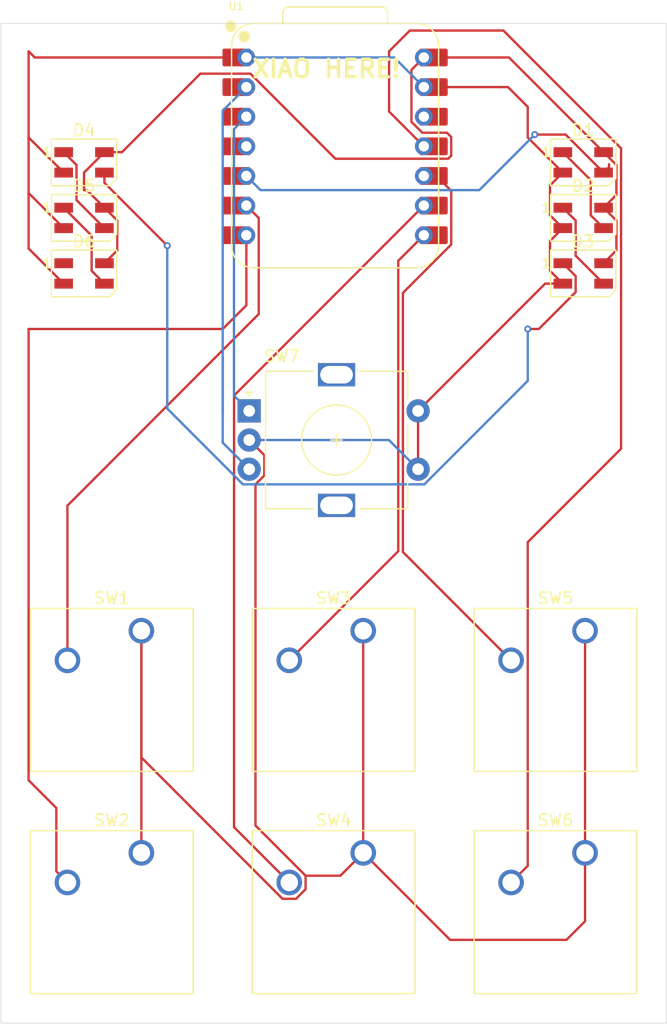
<source format=kicad_pcb>
(kicad_pcb (version 20241229) (generator "pcbnew") (generator_version "9.0")
  (layers (0 "F.Cu" signal) (2 "B.Cu" signal) (13 "F.Paste" user) (15 "B.Paste" user) (5 "F.SilkS" user "F.Silkscreen") (7 "B.SilkS" user "B.Silkscreen") (1 "F.Mask" user) (3 "B.Mask" user) (25 "Edge.Cuts" user))
  (net 0 "")
  (net 1 "Net-(D1-DIN)")
  (net 2 "Net-(D1-DOUT)")
  (net 3 "+5V")
  (net 4 "GND")
  (net 5 "Net-(D2-DOUT)")
  (net 6 "Net-(D3-DOUT)")
  (net 7 "Net-(D4-DOUT)")
  (net 8 "Net-(D5-DOUT)")
  (net 10 "Net-(U1-GPIO7{slash}SCL)")
  (net 11 "Net-(U1-GPIO0{slash}TX)")
  (net 12 "Net-(U1-GPIO1{slash}RX)")
  (net 13 "Net-(U1-GPIO2{slash}SCK)")
  (net 14 "Net-(U1-GPIO4{slash}MISO)")
  (net 15 "Net-(U1-GPIO3{slash}MOSI)")
  (net 16 "Net-(U1-GPIO27{slash}ADC1{slash}A1)")
  (net 17 "Net-(U1-GPIO28{slash}ADC2{slash}A2)")
  (footprint "Button_Switch_Keyboard:SW_Cherry_MX_1.00u_PCB" (layer "F.Cu") (at 126.365 142.5575)
    (property "Reference" "SW2" (at -2.54 -2.794 0) (layer "F.SilkS"))
    (property "Value" "SW_Push")
    (fp_line (start -9.525 -1.905) (end 4.445 -1.905) (stroke (width 0.12)) (layer "F.SilkS"))
    (fp_line (start -9.525 12.065) (end -9.525 -1.905) (stroke (width 0.12)) (layer "F.SilkS"))
    (fp_line (start 4.445 -1.905) (end 4.445 12.065) (stroke (width 0.12)) (layer "F.SilkS"))
    (fp_line (start 4.445 12.065) (end -9.525 12.065) (stroke (width 0.12)) (layer "F.SilkS"))
    (pad "" np_thru_hole circle (at -7.62 5.08) (size 1.7 1.7) (drill 1.7) (layers "*.Cu" "*.Mask"))
    (pad "" np_thru_hole circle (at -2.54 5.08) (size 4 4) (drill 4) (layers "*.Cu" "*.Mask"))
    (pad "" np_thru_hole circle (at 2.54 5.08) (size 1.7 1.7) (drill 1.7) (layers "*.Cu" "*.Mask"))
    (pad "1" thru_hole circle (at 0 0) (size 2.2 2.2) (drill 1.5) (layers "*.Cu" "*.Mask") (net 4 "GND"))
    (pad "2" thru_hole circle (at -6.35 2.54) (size 2.2 2.2) (drill 1.5) (layers "*.Cu" "*.Mask") (net 11 "Net-(U1-GPIO0{slash}TX)"))
  )
  (footprint "LED_SMD:LED_SK6812MINI_PLCC4_3.5x3.5mm_P1.75mm" (layer "F.Cu") (at 164.30625 83.34375)
    (property "Reference" "D1" (at 0 -2.75 0) (layer "F.SilkS"))
    (property "Value" "SK6812MINI")
    (fp_line (start -2.8 -2) (end -2.8 2) (stroke (width 0.12)) (layer "F.SilkS"))
    (fp_line (start -2.8 -2) (end 2.8 -2) (stroke (width 0.12)) (layer "F.SilkS"))
    (fp_line (start -2.8 2) (end 2.2 2) (stroke (width 0.12)) (layer "F.SilkS"))
    (fp_line (start 2.8 1.4) (end 2.2 2) (stroke (width 0.12)) (layer "F.SilkS"))
    (fp_line (start 2.8 1.4) (end 2.8 -2) (stroke (width 0.12)) (layer "F.SilkS"))
    (fp_text user "1" (at -3.2 -0.875 0) (layer "F.SilkS") (effects (font (size 0.8 0.8))))
    (pad "1" smd rect (at -1.75 -0.875) (size 1.6 0.85) (layers "F.Cu" "F.Mask" "F.Paste") (net 2 "Net-(D1-DOUT)"))
    (pad "2" smd rect (at -1.75 0.875) (size 1.6 0.85) (layers "F.Cu" "F.Mask" "F.Paste") (net 4 "GND"))
    (pad "3" smd rect (at 1.75 0.875) (size 1.6 0.85) (layers "F.Cu" "F.Mask" "F.Paste") (net 1 "Net-(D1-DIN)"))
    (pad "4" smd rect (at 1.75 -0.875) (size 1.6 0.85) (layers "F.Cu" "F.Mask" "F.Paste") (net 3 "+5V"))
  )
  (footprint "Button_Switch_Keyboard:SW_Cherry_MX_1.00u_PCB" (layer "F.Cu") (at 145.415 123.5075)
    (property "Reference" "SW3" (at -2.54 -2.794 0) (layer "F.SilkS"))
    (property "Value" "SW_Push")
    (fp_line (start -9.525 -1.905) (end 4.445 -1.905) (stroke (width 0.12)) (layer "F.SilkS"))
    (fp_line (start -9.525 12.065) (end -9.525 -1.905) (stroke (width 0.12)) (layer "F.SilkS"))
    (fp_line (start 4.445 -1.905) (end 4.445 12.065) (stroke (width 0.12)) (layer "F.SilkS"))
    (fp_line (start 4.445 12.065) (end -9.525 12.065) (stroke (width 0.12)) (layer "F.SilkS"))
    (pad "" np_thru_hole circle (at -7.62 5.08) (size 1.7 1.7) (drill 1.7) (layers "*.Cu" "*.Mask"))
    (pad "" np_thru_hole circle (at -2.54 5.08) (size 4 4) (drill 4) (layers "*.Cu" "*.Mask"))
    (pad "" np_thru_hole circle (at 2.54 5.08) (size 1.7 1.7) (drill 1.7) (layers "*.Cu" "*.Mask"))
    (pad "1" thru_hole circle (at 0 0) (size 2.2 2.2) (drill 1.5) (layers "*.Cu" "*.Mask") (net 4 "GND"))
    (pad "2" thru_hole circle (at -6.35 2.54) (size 2.2 2.2) (drill 1.5) (layers "*.Cu" "*.Mask") (net 12 "Net-(U1-GPIO1{slash}RX)"))
  )
  (footprint "LED_SMD:LED_SK6812MINI_PLCC4_3.5x3.5mm_P1.75mm" (layer "F.Cu") (at 164.30625 92.86875)
    (property "Reference" "D3" (at 0 -2.75 0) (layer "F.SilkS"))
    (property "Value" "SK6812MINI")
    (fp_line (start -2.8 -2) (end -2.8 2) (stroke (width 0.12)) (layer "F.SilkS"))
    (fp_line (start -2.8 -2) (end 2.8 -2) (stroke (width 0.12)) (layer "F.SilkS"))
    (fp_line (start -2.8 2) (end 2.2 2) (stroke (width 0.12)) (layer "F.SilkS"))
    (fp_line (start 2.8 1.4) (end 2.2 2) (stroke (width 0.12)) (layer "F.SilkS"))
    (fp_line (start 2.8 1.4) (end 2.8 -2) (stroke (width 0.12)) (layer "F.SilkS"))
    (fp_text user "1" (at -3.2 -0.875 0) (layer "F.SilkS") (effects (font (size 0.8 0.8))))
    (pad "1" smd rect (at -1.75 -0.875) (size 1.6 0.85) (layers "F.Cu" "F.Mask" "F.Paste") (net 6 "Net-(D3-DOUT)"))
    (pad "2" smd rect (at -1.75 0.875) (size 1.6 0.85) (layers "F.Cu" "F.Mask" "F.Paste") (net 4 "GND"))
    (pad "3" smd rect (at 1.75 0.875) (size 1.6 0.85) (layers "F.Cu" "F.Mask" "F.Paste") (net 5 "Net-(D2-DOUT)"))
    (pad "4" smd rect (at 1.75 -0.875) (size 1.6 0.85) (layers "F.Cu" "F.Mask" "F.Paste") (net 3 "+5V"))
  )
  (footprint "LED_SMD:LED_SK6812MINI_PLCC4_3.5x3.5mm_P1.75mm" (layer "F.Cu") (at 121.44375 88.10625)
    (property "Reference" "D5" (at 0 -2.75 0) (layer "F.SilkS"))
    (property "Value" "SK6812MINI")
    (fp_line (start -2.8 -2) (end -2.8 2) (stroke (width 0.12)) (layer "F.SilkS"))
    (fp_line (start -2.8 -2) (end 2.8 -2) (stroke (width 0.12)) (layer "F.SilkS"))
    (fp_line (start -2.8 2) (end 2.2 2) (stroke (width 0.12)) (layer "F.SilkS"))
    (fp_line (start 2.8 1.4) (end 2.2 2) (stroke (width 0.12)) (layer "F.SilkS"))
    (fp_line (start 2.8 1.4) (end 2.8 -2) (stroke (width 0.12)) (layer "F.SilkS"))
    (fp_text user "1" (at -3.2 -0.875 0) (layer "F.SilkS") (effects (font (size 0.8 0.8))))
    (pad "1" smd rect (at -1.75 -0.875) (size 1.6 0.85) (layers "F.Cu" "F.Mask" "F.Paste") (net 8 "Net-(D5-DOUT)"))
    (pad "2" smd rect (at -1.75 0.875) (size 1.6 0.85) (layers "F.Cu" "F.Mask" "F.Paste") (net 4 "GND"))
    (pad "3" smd rect (at 1.75 0.875) (size 1.6 0.85) (layers "F.Cu" "F.Mask" "F.Paste") (net 7 "Net-(D4-DOUT)"))
    (pad "4" smd rect (at 1.75 -0.875) (size 1.6 0.85) (layers "F.Cu" "F.Mask" "F.Paste") (net 3 "+5V"))
  )
  (footprint "Button_Switch_Keyboard:SW_Cherry_MX_1.00u_PCB" (layer "F.Cu") (at 126.365 123.5075)
    (property "Reference" "SW1" (at -2.54 -2.794 0) (layer "F.SilkS"))
    (property "Value" "SW_Push")
    (fp_line (start -9.525 -1.905) (end 4.445 -1.905) (stroke (width 0.12)) (layer "F.SilkS"))
    (fp_line (start -9.525 12.065) (end -9.525 -1.905) (stroke (width 0.12)) (layer "F.SilkS"))
    (fp_line (start 4.445 -1.905) (end 4.445 12.065) (stroke (width 0.12)) (layer "F.SilkS"))
    (fp_line (start 4.445 12.065) (end -9.525 12.065) (stroke (width 0.12)) (layer "F.SilkS"))
    (pad "" np_thru_hole circle (at -7.62 5.08) (size 1.7 1.7) (drill 1.7) (layers "*.Cu" "*.Mask"))
    (pad "" np_thru_hole circle (at -2.54 5.08) (size 4 4) (drill 4) (layers "*.Cu" "*.Mask"))
    (pad "" np_thru_hole circle (at 2.54 5.08) (size 1.7 1.7) (drill 1.7) (layers "*.Cu" "*.Mask"))
    (pad "1" thru_hole circle (at 0 0) (size 2.2 2.2) (drill 1.5) (layers "*.Cu" "*.Mask") (net 4 "GND"))
    (pad "2" thru_hole circle (at -6.35 2.54) (size 2.2 2.2) (drill 1.5) (layers "*.Cu" "*.Mask") (net 10 "Net-(U1-GPIO7{slash}SCL)"))
  )
  (footprint "LED_SMD:LED_SK6812MINI_PLCC4_3.5x3.5mm_P1.75mm" (layer "F.Cu") (at 121.44375 83.34375)
    (property "Reference" "D4" (at 0 -2.75 0) (layer "F.SilkS"))
    (property "Value" "SK6812MINI")
    (fp_line (start -2.8 -2) (end -2.8 2) (stroke (width 0.12)) (layer "F.SilkS"))
    (fp_line (start -2.8 -2) (end 2.8 -2) (stroke (width 0.12)) (layer "F.SilkS"))
    (fp_line (start -2.8 2) (end 2.2 2) (stroke (width 0.12)) (layer "F.SilkS"))
    (fp_line (start 2.8 1.4) (end 2.2 2) (stroke (width 0.12)) (layer "F.SilkS"))
    (fp_line (start 2.8 1.4) (end 2.8 -2) (stroke (width 0.12)) (layer "F.SilkS"))
    (fp_text user "1" (at -3.2 -0.875 0) (layer "F.SilkS") (effects (font (size 0.8 0.8))))
    (pad "1" smd rect (at -1.75 -0.875) (size 1.6 0.85) (layers "F.Cu" "F.Mask" "F.Paste") (net 7 "Net-(D4-DOUT)"))
    (pad "2" smd rect (at -1.75 0.875) (size 1.6 0.85) (layers "F.Cu" "F.Mask" "F.Paste") (net 4 "GND"))
    (pad "3" smd rect (at 1.75 0.875) (size 1.6 0.85) (layers "F.Cu" "F.Mask" "F.Paste") (net 6 "Net-(D3-DOUT)"))
    (pad "4" smd rect (at 1.75 -0.875) (size 1.6 0.85) (layers "F.Cu" "F.Mask" "F.Paste") (net 3 "+5V"))
  )
  (footprint "Rotary_Encoder:RotaryEncoder_Alps_EC11E-Switch_Vertical_H20mm" (layer "F.Cu") (at 135.625 104.65625)
    (property "Reference" "SW7" (at 2.8 -4.7 0) (layer "F.SilkS"))
    (property "Value" "RotaryEncoder_Switch")
    (fp_line (start -0.3 -1.6) (end 0.3 -1.6) (stroke (width 0.12)) (layer "F.SilkS"))
    (fp_line (start 0 -1.3) (end -0.3 -1.6) (stroke (width 0.12)) (layer "F.SilkS"))
    (fp_line (start 0.3 -1.6) (end 0 -1.3) (stroke (width 0.12)) (layer "F.SilkS"))
    (fp_line (start 1.4 -3.4) (end 1.4 8.4) (stroke (width 0.12)) (layer "F.SilkS"))
    (fp_line (start 5.5 -3.4) (end 1.4 -3.4) (stroke (width 0.12)) (layer "F.SilkS"))
    (fp_line (start 5.5 8.4) (end 1.4 8.4) (stroke (width 0.12)) (layer "F.SilkS"))
    (fp_line (start 7 2.5) (end 8 2.5) (stroke (width 0.12)) (layer "F.SilkS"))
    (fp_line (start 7.5 2) (end 7.5 3) (stroke (width 0.12)) (layer "F.SilkS"))
    (fp_line (start 9.5 -3.4) (end 13.6 -3.4) (stroke (width 0.12)) (layer "F.SilkS"))
    (fp_line (start 13.6 -3.4) (end 13.6 -1) (stroke (width 0.12)) (layer "F.SilkS"))
    (fp_line (start 13.6 1.2) (end 13.6 3.8) (stroke (width 0.12)) (layer "F.SilkS"))
    (fp_line (start 13.6 6) (end 13.6 8.4) (stroke (width 0.12)) (layer "F.SilkS"))
    (fp_line (start 13.6 8.4) (end 9.5 8.4) (stroke (width 0.12)) (layer "F.SilkS"))
    (fp_circle (center 7.5 2.5) (end 10.5 2.5) (stroke (width 0.12)) (fill no) (layer "F.SilkS"))
    (pad "A" thru_hole rect (at 0 0) (size 2 2) (drill 1) (layers "*.Cu" "*.Mask") (net 17 "Net-(U1-GPIO28{slash}ADC2{slash}A2)"))
    (pad "B" thru_hole circle (at 0 5) (size 2 2) (drill 1) (layers "*.Cu" "*.Mask") (net 16 "Net-(U1-GPIO27{slash}ADC1{slash}A1)"))
    (pad "C" thru_hole circle (at 0 2.5) (size 2 2) (drill 1) (layers "*.Cu" "*.Mask") (net 4 "GND"))
    (pad "MP" thru_hole rect (at 7.5 -3.1) (size 3.2 2) (drill oval 2.8 1.5) (layers "*.Cu" "*.Mask"))
    (pad "MP" thru_hole rect (at 7.5 8.1) (size 3.2 2) (drill oval 2.8 1.5) (layers "*.Cu" "*.Mask"))
    (pad "S1" thru_hole circle (at 14.5 5) (size 2 2) (drill 1) (layers "*.Cu" "*.Mask") (net 4 "GND"))
    (pad "S2" thru_hole circle (at 14.5 0) (size 2 2) (drill 1) (layers "*.Cu" "*.Mask") (net 4 "GND"))
  )
  (footprint "Button_Switch_Keyboard:SW_Cherry_MX_1.00u_PCB" (layer "F.Cu") (at 164.465 142.5575)
    (property "Reference" "SW6" (at -2.54 -2.794 0) (layer "F.SilkS"))
    (property "Value" "SW_Push")
    (fp_line (start -9.525 -1.905) (end 4.445 -1.905) (stroke (width 0.12)) (layer "F.SilkS"))
    (fp_line (start -9.525 12.065) (end -9.525 -1.905) (stroke (width 0.12)) (layer "F.SilkS"))
    (fp_line (start 4.445 -1.905) (end 4.445 12.065) (stroke (width 0.12)) (layer "F.SilkS"))
    (fp_line (start 4.445 12.065) (end -9.525 12.065) (stroke (width 0.12)) (layer "F.SilkS"))
    (pad "" np_thru_hole circle (at -7.62 5.08) (size 1.7 1.7) (drill 1.7) (layers "*.Cu" "*.Mask"))
    (pad "" np_thru_hole circle (at -2.54 5.08) (size 4 4) (drill 4) (layers "*.Cu" "*.Mask"))
    (pad "" np_thru_hole circle (at 2.54 5.08) (size 1.7 1.7) (drill 1.7) (layers "*.Cu" "*.Mask"))
    (pad "1" thru_hole circle (at 0 0) (size 2.2 2.2) (drill 1.5) (layers "*.Cu" "*.Mask") (net 4 "GND"))
    (pad "2" thru_hole circle (at -6.35 2.54) (size 2.2 2.2) (drill 1.5) (layers "*.Cu" "*.Mask") (net 15 "Net-(U1-GPIO3{slash}MOSI)"))
  )
  (footprint "Button_Switch_Keyboard:SW_Cherry_MX_1.00u_PCB" (layer "F.Cu") (at 164.465 123.5075)
    (property "Reference" "SW5" (at -2.54 -2.794 0) (layer "F.SilkS"))
    (property "Value" "SW_Push")
    (fp_line (start -9.525 -1.905) (end 4.445 -1.905) (stroke (width 0.12)) (layer "F.SilkS"))
    (fp_line (start -9.525 12.065) (end -9.525 -1.905) (stroke (width 0.12)) (layer "F.SilkS"))
    (fp_line (start 4.445 -1.905) (end 4.445 12.065) (stroke (width 0.12)) (layer "F.SilkS"))
    (fp_line (start 4.445 12.065) (end -9.525 12.065) (stroke (width 0.12)) (layer "F.SilkS"))
    (pad "" np_thru_hole circle (at -7.62 5.08) (size 1.7 1.7) (drill 1.7) (layers "*.Cu" "*.Mask"))
    (pad "" np_thru_hole circle (at -2.54 5.08) (size 4 4) (drill 4) (layers "*.Cu" "*.Mask"))
    (pad "" np_thru_hole circle (at 2.54 5.08) (size 1.7 1.7) (drill 1.7) (layers "*.Cu" "*.Mask"))
    (pad "1" thru_hole circle (at 0 0) (size 2.2 2.2) (drill 1.5) (layers "*.Cu" "*.Mask") (net 4 "GND"))
    (pad "2" thru_hole circle (at -6.35 2.54) (size 2.2 2.2) (drill 1.5) (layers "*.Cu" "*.Mask") (net 14 "Net-(U1-GPIO4{slash}MISO)"))
  )
  (footprint "Button_Switch_Keyboard:SW_Cherry_MX_1.00u_PCB" (layer "F.Cu") (at 145.415 142.5575)
    (property "Reference" "SW4" (at -2.54 -2.794 0) (layer "F.SilkS"))
    (property "Value" "SW_Push")
    (fp_line (start -9.525 -1.905) (end 4.445 -1.905) (stroke (width 0.12)) (layer "F.SilkS"))
    (fp_line (start -9.525 12.065) (end -9.525 -1.905) (stroke (width 0.12)) (layer "F.SilkS"))
    (fp_line (start 4.445 -1.905) (end 4.445 12.065) (stroke (width 0.12)) (layer "F.SilkS"))
    (fp_line (start 4.445 12.065) (end -9.525 12.065) (stroke (width 0.12)) (layer "F.SilkS"))
    (pad "" np_thru_hole circle (at -7.62 5.08) (size 1.7 1.7) (drill 1.7) (layers "*.Cu" "*.Mask"))
    (pad "" np_thru_hole circle (at -2.54 5.08) (size 4 4) (drill 4) (layers "*.Cu" "*.Mask"))
    (pad "" np_thru_hole circle (at 2.54 5.08) (size 1.7 1.7) (drill 1.7) (layers "*.Cu" "*.Mask"))
    (pad "1" thru_hole circle (at 0 0) (size 2.2 2.2) (drill 1.5) (layers "*.Cu" "*.Mask") (net 4 "GND"))
    (pad "2" thru_hole circle (at -6.35 2.54) (size 2.2 2.2) (drill 1.5) (layers "*.Cu" "*.Mask") (net 13 "Net-(U1-GPIO2{slash}SCK)"))
  )
  (footprint "LED_SMD:LED_SK6812MINI_PLCC4_3.5x3.5mm_P1.75mm" (layer "F.Cu") (at 121.44375 92.86875)
    (property "Reference" "D6" (at 0 -2.75 0) (layer "F.SilkS"))
    (property "Value" "SK6812MINI")
    (fp_line (start -2.8 -2) (end -2.8 2) (stroke (width 0.12)) (layer "F.SilkS"))
    (fp_line (start -2.8 -2) (end 2.8 -2) (stroke (width 0.12)) (layer "F.SilkS"))
    (fp_line (start -2.8 2) (end 2.2 2) (stroke (width 0.12)) (layer "F.SilkS"))
    (fp_line (start 2.8 1.4) (end 2.2 2) (stroke (width 0.12)) (layer "F.SilkS"))
    (fp_line (start 2.8 1.4) (end 2.8 -2) (stroke (width 0.12)) (layer "F.SilkS"))
    (fp_text user "1" (at -3.2 -0.875 0) (layer "F.SilkS") (effects (font (size 0.8 0.8))))
    (pad "1" smd rect (at -1.75 -0.875) (size 1.6 0.85) (layers "F.Cu" "F.Mask" "F.Paste"))
    (pad "2" smd rect (at -1.75 0.875) (size 1.6 0.85) (layers "F.Cu" "F.Mask" "F.Paste") (net 4 "GND"))
    (pad "3" smd rect (at 1.75 0.875) (size 1.6 0.85) (layers "F.Cu" "F.Mask" "F.Paste") (net 8 "Net-(D5-DOUT)"))
    (pad "4" smd rect (at 1.75 -0.875) (size 1.6 0.85) (layers "F.Cu" "F.Mask" "F.Paste") (net 3 "+5V"))
  )
  (footprint "LED_SMD:LED_SK6812MINI_PLCC4_3.5x3.5mm_P1.75mm" (layer "F.Cu") (at 164.30625 88.10625)
    (property "Reference" "D2" (at 0 -2.75 0) (layer "F.SilkS"))
    (property "Value" "SK6812MINI")
    (fp_line (start -2.8 -2) (end -2.8 2) (stroke (width 0.12)) (layer "F.SilkS"))
    (fp_line (start -2.8 -2) (end 2.8 -2) (stroke (width 0.12)) (layer "F.SilkS"))
    (fp_line (start -2.8 2) (end 2.2 2) (stroke (width 0.12)) (layer "F.SilkS"))
    (fp_line (start 2.8 1.4) (end 2.2 2) (stroke (width 0.12)) (layer "F.SilkS"))
    (fp_line (start 2.8 1.4) (end 2.8 -2) (stroke (width 0.12)) (layer "F.SilkS"))
    (fp_text user "1" (at -3.2 -0.875 0) (layer "F.SilkS") (effects (font (size 0.8 0.8))))
    (pad "1" smd rect (at -1.75 -0.875) (size 1.6 0.85) (layers "F.Cu" "F.Mask" "F.Paste") (net 5 "Net-(D2-DOUT)"))
    (pad "2" smd rect (at -1.75 0.875) (size 1.6 0.85) (layers "F.Cu" "F.Mask" "F.Paste") (net 4 "GND"))
    (pad "3" smd rect (at 1.75 0.875) (size 1.6 0.85) (layers "F.Cu" "F.Mask" "F.Paste") (net 2 "Net-(D1-DOUT)"))
    (pad "4" smd rect (at 1.75 -0.875) (size 1.6 0.85) (layers "F.Cu" "F.Mask" "F.Paste") (net 3 "+5V"))
  )
  (footprint "OPL:XIAO-RP2040-DIP" (layer "F.Cu") (at 143 81.9685)
    (property "Reference" "U1" (at -8.5 -12 0) (layer "F.SilkS") (effects (font (size 0.635 0.635) (thickness 0.1016))))
    (property "Value" "XIAO-RP2040-DIP")
    (fp_line (start -8.89 8.509) (end -8.89 -8.636) (stroke (width 0.127)) (layer "F.SilkS"))
    (fp_line (start -6.985 10.414) (end 6.985 10.414) (stroke (width 0.127)) (layer "F.SilkS"))
    (fp_line (start -4.495 -10.541) (end -4.491272 -11.451272) (stroke (width 0.127)) (layer "F.SilkS"))
    (fp_line (start -3.991272 -11.951) (end 4.004 -11.951) (stroke (width 0.127)) (layer "F.SilkS"))
    (fp_line (start 4.504 -11.451) (end 4.504 -10.541) (stroke (width 0.127)) (layer "F.SilkS"))
    (fp_line (start 6.985 -10.541) (end -6.985 -10.541) (stroke (width 0.1)) (layer "F.SilkS"))
    (fp_line (start 6.985 -10.541) (end -6.985 -10.541) (stroke (width 0.127)) (layer "F.SilkS"))
    (fp_line (start 8.89 8.509) (end 8.89 -8.636) (stroke (width 0.127)) (layer "F.SilkS"))
    (fp_arc (start -8.89 -8.636) (mid -8.332038 -9.983038) (end -6.985 -10.541) (stroke (width 0.127)) (layer "F.SilkS"))
    (fp_arc (start -6.985 10.414) (mid -8.332038 9.856038) (end -8.89 8.509) (stroke (width 0.127)) (layer "F.SilkS"))
    (fp_arc (start -4.491272 -11.451272) (mid -4.344728 -11.80464) (end -3.991272 -11.951) (stroke (width 0.127)) (layer "F.SilkS"))
    (fp_arc (start 4.004 -11.951) (mid 4.357553 -11.804553) (end 4.504 -11.451) (stroke (width 0.127)) (layer "F.SilkS"))
    (fp_arc (start 6.985 -10.541) (mid 8.332038 -9.983038) (end 8.89 -8.636) (stroke (width 0.127)) (layer "F.SilkS"))
    (fp_arc (start 8.89 8.509) (mid 8.332038 9.856038) (end 6.985 10.414) (stroke (width 0.127)) (layer "F.SilkS"))
    (fp_circle (center -8.95 -10.3) (end -8.95 -10.554) (stroke (width 0.5)) (fill yes) (layer "F.SilkS"))
    (fp_circle (center -7.807 -9.42) (end -7.807 -9.674) (stroke (width 0.5)) (fill yes) (layer "F.SilkS"))
    (pad "1" smd roundrect (at -8.455 -7.62 180) (size 2.432 1.524) (layers "F.Cu" "F.Mask") (roundrect_rratio 0.1) (net 4 "GND"))
    (pad "1" thru_hole circle (at -7.62 -7.62 180) (size 1.524 1.524) (drill 0.889) (layers "*.Cu" "*.Mask") (net 4 "GND"))
    (pad "2" smd roundrect (at -8.455 -5.08 180) (size 2.432 1.524) (layers "F.Cu" "F.Mask") (roundrect_rratio 0.1) (net 16 "Net-(U1-GPIO27{slash}ADC1{slash}A1)"))
    (pad "2" thru_hole circle (at -7.62 -5.08 180) (size 1.524 1.524) (drill 0.889) (layers "*.Cu" "*.Mask") (net 16 "Net-(U1-GPIO27{slash}ADC1{slash}A1)"))
    (pad "3" smd roundrect (at -8.455 -2.54 180) (size 2.432 1.524) (layers "F.Cu" "F.Mask") (roundrect_rratio 0.1) (net 17 "Net-(U1-GPIO28{slash}ADC2{slash}A2)"))
    (pad "3" thru_hole circle (at -7.62 -2.54 180) (size 1.524 1.524) (drill 0.889) (layers "*.Cu" "*.Mask") (net 17 "Net-(U1-GPIO28{slash}ADC2{slash}A2)"))
    (pad "4" smd roundrect (at -8.455 0 180) (size 2.432 1.524) (layers "F.Cu" "F.Mask") (roundrect_rratio 0.1))
    (pad "4" thru_hole circle (at -7.62 0 180) (size 1.524 1.524) (drill 0.889) (layers "*.Cu" "*.Mask"))
    (pad "5" smd roundrect (at -8.455 2.54 180) (size 2.432 1.524) (layers "F.Cu" "F.Mask") (roundrect_rratio 0.1) (net 1 "Net-(D1-DIN)"))
    (pad "5" thru_hole circle (at -7.62 2.54 180) (size 1.524 1.524) (drill 0.889) (layers "*.Cu" "*.Mask") (net 1 "Net-(D1-DIN)"))
    (pad "6" smd roundrect (at -8.455 5.08 180) (size 2.432 1.524) (layers "F.Cu" "F.Mask") (roundrect_rratio 0.1) (net 10 "Net-(U1-GPIO7{slash}SCL)"))
    (pad "6" thru_hole circle (at -7.62 5.08 180) (size 1.524 1.524) (drill 0.889) (layers "*.Cu" "*.Mask") (net 10 "Net-(U1-GPIO7{slash}SCL)"))
    (pad "7" smd roundrect (at -8.455 7.62 180) (size 2.432 1.524) (layers "F.Cu" "F.Mask") (roundrect_rratio 0.1) (net 11 "Net-(U1-GPIO0{slash}TX)"))
    (pad "7" thru_hole circle (at -7.62 7.62 180) (size 1.524 1.524) (drill 0.889) (layers "*.Cu" "*.Mask") (net 11 "Net-(U1-GPIO0{slash}TX)"))
    (pad "8" thru_hole circle (at 7.62 7.62) (size 1.524 1.524) (drill 0.889) (layers "*.Cu" "*.Mask") (net 12 "Net-(U1-GPIO1{slash}RX)"))
    (pad "8" smd roundrect (at 8.455 7.62) (size 2.432 1.524) (layers "F.Cu" "F.Mask") (roundrect_rratio 0.1) (net 12 "Net-(U1-GPIO1{slash}RX)"))
    (pad "9" thru_hole circle (at 7.62 5.08) (size 1.524 1.524) (drill 0.889) (layers "*.Cu" "*.Mask") (net 13 "Net-(U1-GPIO2{slash}SCK)"))
    (pad "9" smd roundrect (at 8.455 5.08) (size 2.432 1.524) (layers "F.Cu" "F.Mask") (roundrect_rratio 0.1) (net 13 "Net-(U1-GPIO2{slash}SCK)"))
    (pad "10" thru_hole circle (at 7.62 2.54) (size 1.524 1.524) (drill 0.889) (layers "*.Cu" "*.Mask") (net 14 "Net-(U1-GPIO4{slash}MISO)"))
    (pad "10" smd roundrect (at 8.455 2.54) (size 2.432 1.524) (layers "F.Cu" "F.Mask") (roundrect_rratio 0.1) (net 14 "Net-(U1-GPIO4{slash}MISO)"))
    (pad "11" thru_hole circle (at 7.62 0) (size 1.524 1.524) (drill 0.889) (layers "*.Cu" "*.Mask") (net 15 "Net-(U1-GPIO3{slash}MOSI)"))
    (pad "11" smd roundrect (at 8.455 0) (size 2.432 1.524) (layers "F.Cu" "F.Mask") (roundrect_rratio 0.1) (net 15 "Net-(U1-GPIO3{slash}MOSI)"))
    (pad "12" thru_hole circle (at 7.62 -2.54) (size 1.524 1.524) (drill 0.889) (layers "*.Cu" "*.Mask"))
    (pad "12" smd roundrect (at 8.455 -2.54) (size 2.432 1.524) (layers "F.Cu" "F.Mask") (roundrect_rratio 0.1))
    (pad "13" thru_hole circle (at 7.62 -5.08) (size 1.524 1.524) (drill 0.889) (layers "*.Cu" "*.Mask") (net 4 "GND"))
    (pad "13" smd roundrect (at 8.455 -5.08) (size 2.432 1.524) (layers "F.Cu" "F.Mask") (roundrect_rratio 0.1) (net 4 "GND"))
    (pad "14" thru_hole circle (at 7.62 -7.62) (size 1.524 1.524) (drill 0.889) (layers "*.Cu" "*.Mask") (net 3 "+5V"))
    (pad "14" smd roundrect (at 8.455 -7.62) (size 2.432 1.524) (layers "F.Cu" "F.Mask") (roundrect_rratio 0.1) (net 3 "+5V"))
  )
  (gr_rect (start 114.3 71.4375) (end 171.45 157.1625) (stroke (width 0.05)) (fill no) (layer "Edge.Cuts"))
  (gr_text "XIAO HERE!" (at 135.73125 76.2 0) (layer "F.SilkS") (effects (font (size 1.5 1.5) (thickness 0.3) (bold yes)) (justify left bottom)))
  (segment (start 162.79761 80.96011) (end 160.14614 80.96011) (width 0.2) (layer "F.Cu") (net 1))
  (segment (start 166.525825 83.505425) (end 166.525825 83.749175) (width 0.2) (layer "F.Cu") (net 1))
  (segment (start 166.525825 83.749175) (end 166.05625 84.21875) (width 0.2) (layer "F.Cu") (net 1))
  (segment (start 166.05625 84.21875) (end 162.79761 80.96011) (width 0.2) (layer "F.Cu") (net 1))
  (via (at 160.14614 80.96011) (size 0.6) (drill 0.3) (layers "F.Cu" "B.Cu") (net 1))
  (segment (start 155.38125 85.725) (end 136.5965 85.725) (width 0.2) (layer "B.Cu") (net 1))
  (segment (start 160.14614 80.96011) (end 155.38125 85.725) (width 0.2) (layer "B.Cu") (net 1))
  (segment (start 136.5965 85.725) (end 135.38 84.5085) (width 0.2) (layer "B.Cu") (net 1))
  (segment (start 162.55625 82.46875) (end 164.95525 84.86775) (width 0.2) (layer "F.Cu") (net 2))
  (segment (start 164.95525 84.86775) (end 164.95525 87.88025) (width 0.2) (layer "F.Cu") (net 2))
  (segment (start 164.95525 87.88025) (end 166.05625 88.98125) (width 0.2) (layer "F.Cu") (net 2))
  (segment (start 143.02631 83.0315) (end 152.710626 83.0315) (width 0.2) (layer "F.Cu") (net 3))
  (segment (start 121.44375 85.725) (end 121.6875 85.725) (width 0.2) (layer "F.Cu") (net 3))
  (segment (start 157.936 74.3485) (end 151.455 74.3485) (width 0.2) (layer "F.Cu") (net 3))
  (segment (start 152.972 82.770126) (end 152.972 81.166874) (width 0.2) (layer "F.Cu") (net 3))
  (segment (start 131.43231 75.73644) (end 135.73125 75.73644) (width 0.2) (layer "F.Cu") (net 3))
  (segment (start 167.15725 86.13025) (end 166.05625 87.23125) (width 0.2) (layer "F.Cu") (net 3))
  (segment (start 166.05625 91.99375) (end 167.15725 90.89275) (width 0.2) (layer "F.Cu") (net 3))
  (segment (start 149.557 75.4115) (end 150.62 74.3485) (width 0.2) (layer "F.Cu") (net 3))
  (segment (start 166.05625 82.46875) (end 167.15725 83.56975) (width 0.2) (layer "F.Cu") (net 3))
  (segment (start 121.44375 84.21875) (end 121.44375 85.725) (width 0.2) (layer "F.Cu") (net 3))
  (segment (start 124.29475 88.33225) (end 123.19375 87.23125) (width 0.2) (layer "F.Cu") (net 3))
  (segment (start 150.48834 80.80015) (end 149.557 79.86881) (width 0.2) (layer "F.Cu") (net 3))
  (segment (start 149.557 79.86881) (end 149.557 75.4115) (width 0.2) (layer "F.Cu") (net 3))
  (segment (start 121.6875 85.725) (end 123.19375 87.23125) (width 0.2) (layer "F.Cu") (net 3))
  (segment (start 123.19375 91.99375) (end 124.29475 90.89275) (width 0.2) (layer "F.Cu") (net 3))
  (segment (start 135.73125 75.73644) (end 143.02631 83.0315) (width 0.2) (layer "F.Cu") (net 3))
  (segment (start 152.972 81.166874) (end 152.605276 80.80015) (width 0.2) (layer "F.Cu") (net 3))
  (segment (start 124.29475 90.89275) (end 124.29475 88.33225) (width 0.2) (layer "F.Cu") (net 3))
  (segment (start 152.710626 83.0315) (end 152.972 82.770126) (width 0.2) (layer "F.Cu") (net 3))
  (segment (start 152.605276 80.80015) (end 150.48834 80.80015) (width 0.2) (layer "F.Cu") (net 3))
  (segment (start 124.7 82.46875) (end 131.43231 75.73644) (width 0.2) (layer "F.Cu") (net 3))
  (segment (start 167.15725 83.56975) (end 167.15725 86.13025) (width 0.2) (layer "F.Cu") (net 3))
  (segment (start 166.05625 82.46875) (end 157.936 74.3485) (width 0.2) (layer "F.Cu") (net 3))
  (segment (start 167.15725 90.89275) (end 167.15725 88.33225) (width 0.2) (layer "F.Cu") (net 3))
  (segment (start 167.15725 88.33225) (end 166.05625 87.23125) (width 0.2) (layer "F.Cu") (net 3))
  (segment (start 123.19375 82.46875) (end 124.7 82.46875) (width 0.2) (layer "F.Cu") (net 3))
  (segment (start 123.19375 82.46875) (end 121.44375 84.21875) (width 0.2) (layer "F.Cu") (net 3))
  (segment (start 162.55625 93.74375) (end 161.0375 93.74375) (width 0.2) (layer "F.Cu") (net 4))
  (segment (start 159.54375 78.58125) (end 157.851 76.8885) (width 0.2) (layer "F.Cu") (net 4))
  (segment (start 152.87625 150.01875) (end 145.415 142.5575) (width 0.2) (layer "F.Cu") (net 4))
  (segment (start 159.54375 81.20625) (end 159.54375 78.58125) (width 0.2) (layer "F.Cu") (net 4))
  (segment (start 138.484686 146.4985) (end 139.645314 146.4985) (width 0.2) (layer "F.Cu") (net 4))
  (segment (start 119.69375 84.21875) (end 116.68125 81.20625) (width 0.2) (layer "F.Cu") (net 4))
  (segment (start 116.68125 73.81875) (end 117.211 74.3485) (width 0.2) (layer "F.Cu") (net 4))
  (segment (start 145.415 142.5575) (end 145.415 123.5075) (width 0.2) (layer "F.Cu") (net 4))
  (segment (start 162.55625 84.21875) (end 161.45525 85.31975) (width 0.2) (layer "F.Cu") (net 4))
  (segment (start 117.211 74.3485) (end 134.545 74.3485) (width 0.2) (layer "F.Cu") (net 4))
  (segment (start 136.926 108.45725) (end 135.625 107.15625) (width 0.2) (layer "F.Cu") (net 4))
  (segment (start 164.465 142.5575) (end 164.465 123.5075) (width 0.2) (layer "F.Cu") (net 4))
  (segment (start 161.45525 90.08225) (end 162.55625 88.98125) (width 0.2) (layer "F.Cu") (net 4))
  (segment (start 119.69375 88.98125) (end 116.68125 85.96875) (width 0.2) (layer "F.Cu") (net 4))
  (segment (start 162.55625 93.74375) (end 161.45525 92.64275) (width 0.2) (layer "F.Cu") (net 4))
  (segment (start 116.68125 81.20625) (end 116.68125 73.81875) (width 0.2) (layer "F.Cu") (net 4))
  (segment (start 150.125 104.65625) (end 150.125 109.65625) (width 0.2) (layer "F.Cu") (net 4))
  (segment (start 119.69375 93.74375) (end 116.68125 90.73125) (width 0.2) (layer "F.Cu") (net 4))
  (segment (start 139.645314 146.4985) (end 140.466 145.677814) (width 0.2) (layer "F.Cu") (net 4))
  (segment (start 140.466 144.517186) (end 136.163892 140.215078) (width 0.2) (layer "F.Cu") (net 4))
  (segment (start 136.926 110.195142) (end 136.926 108.45725) (width 0.2) (layer "F.Cu") (net 4))
  (segment (start 136.163892 140.215078) (end 136.163892 110.95725) (width 0.2) (layer "F.Cu") (net 4))
  (segment (start 161.0375 93.74375) (end 150.125 104.65625) (width 0.2) (layer "F.Cu") (net 4))
  (segment (start 143.455314 144.517186) (end 140.466 144.517186) (width 0.2) (layer "F.Cu") (net 4))
  (segment (start 162.55625 84.21875) (end 159.54375 81.20625) (width 0.2) (layer "F.Cu") (net 4))
  (segment (start 164.465 142.5575) (end 164.465 148.422316) (width 0.2) (layer "F.Cu") (net 4))
  (segment (start 161.45525 87.88025) (end 162.55625 88.98125) (width 0.2) (layer "F.Cu") (net 4))
  (segment (start 164.465 148.422316) (end 162.868566 150.01875) (width 0.2) (layer "F.Cu") (net 4))
  (segment (start 161.45525 85.31975) (end 161.45525 87.88025) (width 0.2) (layer "F.Cu") (net 4))
  (segment (start 157.851 76.8885) (end 151.455 76.8885) (width 0.2) (layer "F.Cu") (net 4))
  (segment (start 126.365 123.5075) (end 126.365 134.378814) (width 0.2) (layer "F.Cu") (net 4))
  (segment (start 136.163892 110.95725) (end 136.926 110.195142) (width 0.2) (layer "F.Cu") (net 4))
  (segment (start 116.68125 85.96875) (end 116.68125 81.20625) (width 0.2) (layer "F.Cu") (net 4))
  (segment (start 126.365 134.378814) (end 138.484686 146.4985) (width 0.2) (layer "F.Cu") (net 4))
  (segment (start 162.868566 150.01875) (end 152.87625 150.01875) (width 0.2) (layer "F.Cu") (net 4))
  (segment (start 161.45525 92.64275) (end 161.45525 90.08225) (width 0.2) (layer "F.Cu") (net 4))
  (segment (start 145.415 142.5575) (end 143.455314 144.517186) (width 0.2) (layer "F.Cu") (net 4))
  (segment (start 116.68125 90.73125) (end 116.68125 85.96875) (width 0.2) (layer "F.Cu") (net 4))
  (segment (start 140.466 145.677814) (end 140.466 144.517186) (width 0.2) (layer "F.Cu") (net 4))
  (segment (start 126.365 142.5575) (end 126.365 123.5075) (width 0.2) (layer "F.Cu") (net 4))
  (segment (start 135.38 74.3485) (end 148.08 74.3485) (width 0.2) (layer "B.Cu") (net 4))
  (segment (start 150.125 109.65625) (end 147.625 107.15625) (width 0.2) (layer "B.Cu") (net 4))
  (segment (start 147.625 107.15625) (end 135.625 107.15625) (width 0.2) (layer "B.Cu") (net 4))
  (segment (start 148.08 74.3485) (end 150.62 76.8885) (width 0.2) (layer "B.Cu") (net 4))
  (segment (start 162.55625 87.23125) (end 163.65725 88.33225) (width 0.2) (layer "F.Cu") (net 5))
  (segment (start 163.65725 91.34475) (end 166.05625 93.74375) (width 0.2) (layer "F.Cu") (net 5))
  (segment (start 163.65725 88.33225) (end 163.65725 91.34475) (width 0.2) (layer "F.Cu") (net 5))
  (segment (start 162.55625 91.99375) (end 163.65725 93.09475) (width 0.2) (layer "F.Cu") (net 6))
  (segment (start 163.65725 93.09475) (end 163.65725 94.46975) (width 0.2) (layer "F.Cu") (net 6))
  (segment (start 123.19375 84.21875) (end 123.19375 85.09375) (width 0.2) (layer "F.Cu") (net 6))
  (segment (start 160.49575 97.63125) (end 159.54375 97.63125) (width 0.2) (layer "F.Cu") (net 6))
  (segment (start 123.19375 85.09375) (end 128.5875 90.4875) (width 0.2) (layer "F.Cu") (net 6))
  (segment (start 163.65725 94.46975) (end 160.49575 97.63125) (width 0.2) (layer "F.Cu") (net 6))
  (via (at 159.54375 97.63125) (size 0.6) (drill 0.3) (layers "F.Cu" "B.Cu") (net 6))
  (via (at 128.5875 90.4875) (size 0.6) (drill 0.3) (layers "F.Cu" "B.Cu") (net 6))
  (segment (start 135.086108 110.95725) (end 128.5875 104.458642) (width 0.2) (layer "B.Cu") (net 6))
  (segment (start 159.54375 102.077392) (end 150.663892 110.95725) (width 0.2) (layer "B.Cu") (net 6))
  (segment (start 150.663892 110.95725) (end 135.086108 110.95725) (width 0.2) (layer "B.Cu") (net 6))
  (segment (start 159.54375 97.63125) (end 159.54375 102.077392) (width 0.2) (layer "B.Cu") (net 6))
  (segment (start 128.5875 104.458642) (end 128.5875 90.4875) (width 0.2) (layer "B.Cu") (net 6))
  (segment (start 123.19375 88.98125) (end 120.79475 86.58225) (width 0.2) (layer "F.Cu") (net 7))
  (segment (start 120.79475 83.56975) (end 119.69375 82.46875) (width 0.2) (layer "F.Cu") (net 7))
  (segment (start 120.79475 86.58225) (end 120.79475 83.56975) (width 0.2) (layer "F.Cu") (net 7))
  (segment (start 122.09275 92.64275) (end 122.09275 89.63025) (width 0.2) (layer "F.Cu") (net 8))
  (segment (start 122.09275 89.63025) (end 119.69375 87.23125) (width 0.2) (layer "F.Cu") (net 8))
  (segment (start 123.19375 93.74375) (end 122.09275 92.64275) (width 0.2) (layer "F.Cu") (net 8))
  (segment (start 136.443 88.1115) (end 135.38 87.0485) (width 0.2) (layer "F.Cu") (net 10))
  (segment (start 120.015 112.7804) (end 136.443 96.3524) (width 0.2) (layer "F.Cu") (net 10))
  (segment (start 120.015 126.0475) (end 120.015 112.7804) (width 0.2) (layer "F.Cu") (net 10))
  (segment (start 136.443 96.3524) (end 136.443 88.1115) (width 0.2) (layer "F.Cu") (net 10))
  (segment (start 119.0625 144.145) (end 119.0625 138.7135) (width 0.2) (layer "F.Cu") (net 11))
  (segment (start 116.68125 136.33225) (end 116.68125 97.63125) (width 0.2) (layer "F.Cu") (net 11))
  (segment (start 120.015 145.0975) (end 119.0625 144.145) (width 0.2) (layer "F.Cu") (net 11))
  (segment (start 135.38 95.60125) (end 135.38 89.5885) (width 0.2) (layer "F.Cu") (net 11))
  (segment (start 133.35 97.63125) (end 135.38 95.60125) (width 0.2) (layer "F.Cu") (net 11))
  (segment (start 116.68125 97.63125) (end 133.35 97.63125) (width 0.2) (layer "F.Cu") (net 11))
  (segment (start 119.0625 138.7135) (end 116.68125 136.33225) (width 0.2) (layer "F.Cu") (net 11))
  (segment (start 148.423 91.7855) (end 150.62 89.5885) (width 0.2) (layer "F.Cu") (net 12))
  (segment (start 139.065 126.0475) (end 148.423 116.6895) (width 0.2) (layer "F.Cu") (net 12))
  (segment (start 148.423 116.6895) (end 148.423 91.7855) (width 0.2) (layer "F.Cu") (net 12))
  (segment (start 134.324 140.3565) (end 134.324 103.3445) (width 0.2) (layer "F.Cu") (net 13))
  (segment (start 134.324 103.3445) (end 150.62 87.0485) (width 0.2) (layer "F.Cu") (net 13))
  (segment (start 139.065 145.0975) (end 134.324 140.3565) (width 0.2) (layer "F.Cu") (net 13))
  (segment (start 151.69763 84.5085) (end 150.62 84.5085) (width 0.2) (layer "F.Cu") (net 14))
  (segment (start 148.824 94.538126) (end 152.972 90.390126) (width 0.2) (layer "F.Cu") (net 14))
  (segment (start 152.972 90.390126) (end 152.972 85.78287) (width 0.2) (layer "F.Cu") (net 14))
  (segment (start 148.824 116.7565) (end 148.824 94.538126) (width 0.2) (layer "F.Cu") (net 14))
  (segment (start 158.115 126.0475) (end 148.824 116.7565) (width 0.2) (layer "F.Cu") (net 14))
  (segment (start 152.972 85.78287) (end 151.69763 84.5085) (width 0.2) (layer "F.Cu") (net 14))
  (segment (start 159.54375 115.914892) (end 167.55825 107.900392) (width 0.2) (layer "F.Cu") (net 15))
  (segment (start 158.115 145.0975) (end 159.54375 143.66875) (width 0.2) (layer "F.Cu") (net 15))
  (segment (start 157.453 72.0385) (end 149.41775 72.0385) (width 0.2) (layer "F.Cu") (net 15))
  (segment (start 149.41775 72.0385) (end 147.6375 73.81875) (width 0.2) (layer "F.Cu") (net 15))
  (segment (start 147.6375 78.986) (end 150.62 81.9685) (width 0.2) (layer "F.Cu") (net 15))
  (segment (start 147.6375 73.81875) (end 147.6375 78.986) (width 0.2) (layer "F.Cu") (net 15))
  (segment (start 167.55825 82.14375) (end 157.453 72.0385) (width 0.2) (layer "F.Cu") (net 15))
  (segment (start 167.55825 107.900392) (end 167.55825 82.14375) (width 0.2) (layer "F.Cu") (net 15))
  (segment (start 159.54375 143.66875) (end 159.54375 115.914892) (width 0.2) (layer "F.Cu") (net 15))
  (segment (start 133.35 78.9185) (end 135.38 76.8885) (width 0.2) (layer "B.Cu") (net 16))
  (segment (start 133.35 104.775) (end 133.35 107.38125) (width 0.2) (layer "B.Cu") (net 16))
  (segment (start 133.35 107.38125) (end 133.35 107.15625) (width 0.2) (layer "B.Cu") (net 16))
  (segment (start 133.35 107.38125) (end 135.625 109.65625) (width 0.2) (layer "B.Cu") (net 16))
  (segment (start 133.35 104.775) (end 133.35 78.9185) (width 0.2) (layer "B.Cu") (net 16))
  (segment (start 133.35 104.775) (end 133.35 100.0125) (width 0.2) (layer "B.Cu") (net 16))
  (segment (start 134.317 103.34825) (end 134.317 80.4915) (width 0.2) (layer "B.Cu") (net 17))
  (segment (start 135.625 104.65625) (end 134.317 103.34825) (width 0.2) (layer "B.Cu") (net 17))
  (segment (start 134.317 80.4915) (end 135.38 79.4285) (width 0.2) (layer "B.Cu") (net 17))
)
</source>
